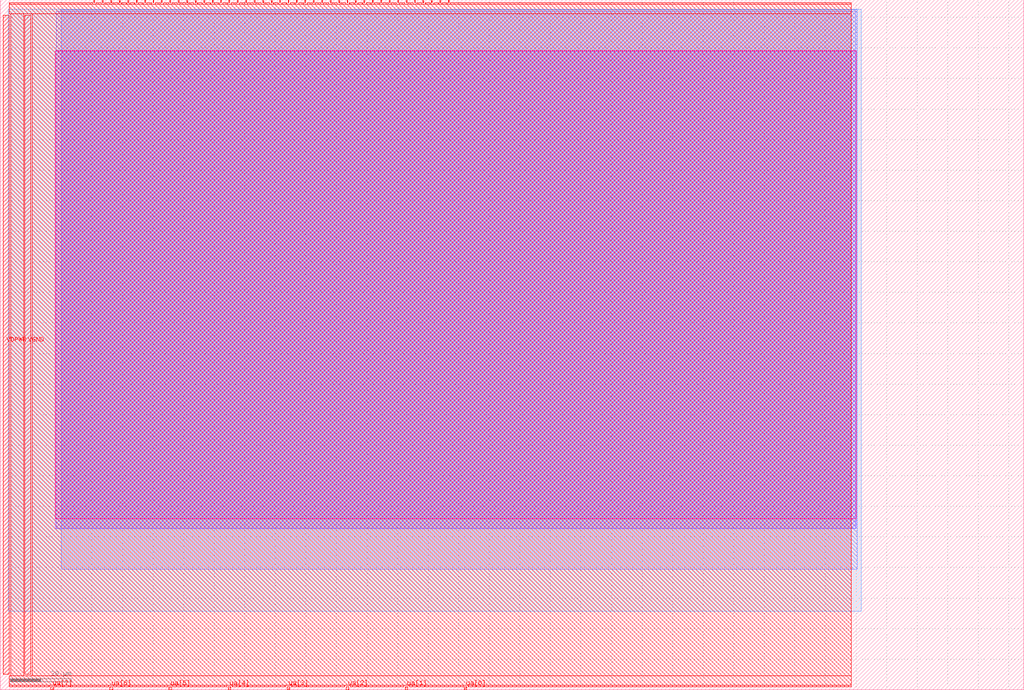
<source format=lef>
VERSION 5.7 ;
  NOWIREEXTENSIONATPIN ON ;
  DIVIDERCHAR "/" ;
  BUSBITCHARS "[]" ;
MACRO tt_um_DIGITAL_ANALOG_CON
  CLASS BLOCK ;
  FOREIGN tt_um_DIGITAL_ANALOG_CON ;
  ORIGIN 0.000 0.000 ;
  SIZE 334.880 BY 225.760 ;
  PIN clk
    DIRECTION INPUT ;
    USE SIGNAL ;
    PORT
      LAYER met4 ;
        RECT 143.830 224.760 144.130 225.760 ;
    END
  END clk
  PIN ena
    DIRECTION INPUT ;
    USE SIGNAL ;
    PORT
      LAYER met4 ;
        RECT 146.590 224.760 146.890 225.760 ;
    END
  END ena
  PIN rst_n
    DIRECTION INPUT ;
    USE SIGNAL ;
    PORT
      LAYER met4 ;
        RECT 141.070 224.760 141.370 225.760 ;
    END
  END rst_n
  PIN ua[0]
    DIRECTION INOUT ;
    USE SIGNAL ;
    ANTENNAGATEAREA 8.000000 ;
    PORT
      LAYER met4 ;
        RECT 151.810 0.000 152.710 1.000 ;
    END
  END ua[0]
  PIN ua[1]
    DIRECTION INOUT ;
    USE SIGNAL ;
    ANTENNAGATEAREA 6.000000 ;
    ANTENNADIFFAREA 1.740000 ;
    PORT
      LAYER met4 ;
        RECT 132.490 0.000 133.390 1.000 ;
    END
  END ua[1]
  PIN ua[2]
    DIRECTION INOUT ;
    USE SIGNAL ;
    PORT
      LAYER met4 ;
        RECT 113.170 0.000 114.070 1.000 ;
    END
  END ua[2]
  PIN ua[3]
    DIRECTION INOUT ;
    USE SIGNAL ;
    PORT
      LAYER met4 ;
        RECT 93.850 0.000 94.750 1.000 ;
    END
  END ua[3]
  PIN ua[4]
    DIRECTION INOUT ;
    USE SIGNAL ;
    PORT
      LAYER met4 ;
        RECT 74.530 0.000 75.430 1.000 ;
    END
  END ua[4]
  PIN ua[5]
    DIRECTION INOUT ;
    USE SIGNAL ;
    PORT
      LAYER met4 ;
        RECT 55.210 0.000 56.110 1.000 ;
    END
  END ua[5]
  PIN ua[6]
    DIRECTION INOUT ;
    USE SIGNAL ;
    PORT
      LAYER met4 ;
        RECT 35.890 0.000 36.790 1.000 ;
    END
  END ua[6]
  PIN ua[7]
    DIRECTION INOUT ;
    USE SIGNAL ;
    PORT
      LAYER met4 ;
        RECT 16.570 0.000 17.470 1.000 ;
    END
  END ua[7]
  PIN ui_in[0]
    DIRECTION INPUT ;
    USE SIGNAL ;
    ANTENNAGATEAREA 1.386000 ;
    PORT
      LAYER met4 ;
        RECT 138.310 224.760 138.610 225.760 ;
    END
  END ui_in[0]
  PIN ui_in[1]
    DIRECTION INPUT ;
    USE SIGNAL ;
    ANTENNAGATEAREA 1.386000 ;
    PORT
      LAYER met4 ;
        RECT 135.550 224.760 135.850 225.760 ;
    END
  END ui_in[1]
  PIN ui_in[2]
    DIRECTION INPUT ;
    USE SIGNAL ;
    ANTENNAGATEAREA 1.629000 ;
    PORT
      LAYER met4 ;
        RECT 132.790 224.760 133.090 225.760 ;
    END
  END ui_in[2]
  PIN ui_in[3]
    DIRECTION INPUT ;
    USE SIGNAL ;
    ANTENNAGATEAREA 1.503000 ;
    PORT
      LAYER met4 ;
        RECT 130.030 224.760 130.330 225.760 ;
    END
  END ui_in[3]
  PIN ui_in[4]
    DIRECTION INPUT ;
    USE SIGNAL ;
    ANTENNAGATEAREA 1.260000 ;
    PORT
      LAYER met4 ;
        RECT 127.270 224.760 127.570 225.760 ;
    END
  END ui_in[4]
  PIN ui_in[5]
    DIRECTION INPUT ;
    USE SIGNAL ;
    ANTENNAGATEAREA 1.590000 ;
    PORT
      LAYER met4 ;
        RECT 124.510 224.760 124.810 225.760 ;
    END
  END ui_in[5]
  PIN ui_in[6]
    DIRECTION INPUT ;
    USE SIGNAL ;
    ANTENNAGATEAREA 1.512000 ;
    PORT
      LAYER met4 ;
        RECT 121.750 224.760 122.050 225.760 ;
    END
  END ui_in[6]
  PIN ui_in[7]
    DIRECTION INPUT ;
    USE SIGNAL ;
    ANTENNAGATEAREA 133.748993 ;
    ANTENNADIFFAREA 140.360001 ;
    PORT
      LAYER met4 ;
        RECT 118.990 224.760 119.290 225.760 ;
    END
  END ui_in[7]
  PIN uio_in[0]
    DIRECTION INPUT ;
    USE SIGNAL ;
    ANTENNAGATEAREA 2.772000 ;
    ANTENNADIFFAREA 9.509500 ;
    PORT
      LAYER met4 ;
        RECT 116.230 224.760 116.530 225.760 ;
    END
  END uio_in[0]
  PIN uio_in[1]
    DIRECTION INPUT ;
    USE SIGNAL ;
    ANTENNAGATEAREA 1.749000 ;
    PORT
      LAYER met4 ;
        RECT 113.470 224.760 113.770 225.760 ;
    END
  END uio_in[1]
  PIN uio_in[2]
    DIRECTION INPUT ;
    USE SIGNAL ;
    ANTENNAGATEAREA 1.749000 ;
    PORT
      LAYER met4 ;
        RECT 110.710 224.760 111.010 225.760 ;
    END
  END uio_in[2]
  PIN uio_in[3]
    DIRECTION INPUT ;
    USE SIGNAL ;
    ANTENNAGATEAREA 1.749000 ;
    PORT
      LAYER met4 ;
        RECT 107.950 224.760 108.250 225.760 ;
    END
  END uio_in[3]
  PIN uio_in[4]
    DIRECTION INPUT ;
    USE SIGNAL ;
    PORT
      LAYER met4 ;
        RECT 105.190 224.760 105.490 225.760 ;
    END
  END uio_in[4]
  PIN uio_in[5]
    DIRECTION INPUT ;
    USE SIGNAL ;
    PORT
      LAYER met4 ;
        RECT 102.430 224.760 102.730 225.760 ;
    END
  END uio_in[5]
  PIN uio_in[6]
    DIRECTION INPUT ;
    USE SIGNAL ;
    PORT
      LAYER met4 ;
        RECT 99.670 224.760 99.970 225.760 ;
    END
  END uio_in[6]
  PIN uio_in[7]
    DIRECTION INPUT ;
    USE SIGNAL ;
    PORT
      LAYER met4 ;
        RECT 96.910 224.760 97.210 225.760 ;
    END
  END uio_in[7]
  PIN uio_oe[0]
    DIRECTION OUTPUT ;
    USE SIGNAL ;
    ANTENNAGATEAREA 4091.061035 ;
    ANTENNADIFFAREA 1891.577148 ;
    PORT
      LAYER met4 ;
        RECT 49.990 224.760 50.290 225.760 ;
    END
  END uio_oe[0]
  PIN uio_oe[1]
    DIRECTION OUTPUT ;
    USE SIGNAL ;
    ANTENNAGATEAREA 4091.061035 ;
    ANTENNADIFFAREA 1891.577148 ;
    PORT
      LAYER met4 ;
        RECT 47.230 224.760 47.530 225.760 ;
    END
  END uio_oe[1]
  PIN uio_oe[2]
    DIRECTION OUTPUT ;
    USE SIGNAL ;
    ANTENNAGATEAREA 4091.061035 ;
    ANTENNADIFFAREA 1891.577148 ;
    PORT
      LAYER met4 ;
        RECT 44.470 224.760 44.770 225.760 ;
    END
  END uio_oe[2]
  PIN uio_oe[3]
    DIRECTION OUTPUT ;
    USE SIGNAL ;
    ANTENNAGATEAREA 4091.061035 ;
    ANTENNADIFFAREA 1891.577148 ;
    PORT
      LAYER met4 ;
        RECT 41.710 224.760 42.010 225.760 ;
    END
  END uio_oe[3]
  PIN uio_oe[4]
    DIRECTION OUTPUT ;
    USE SIGNAL ;
    ANTENNAGATEAREA 4091.061035 ;
    ANTENNADIFFAREA 1891.577148 ;
    PORT
      LAYER met4 ;
        RECT 38.950 224.760 39.250 225.760 ;
    END
  END uio_oe[4]
  PIN uio_oe[5]
    DIRECTION OUTPUT ;
    USE SIGNAL ;
    ANTENNAGATEAREA 4091.061035 ;
    ANTENNADIFFAREA 1891.577148 ;
    PORT
      LAYER met4 ;
        RECT 36.190 224.760 36.490 225.760 ;
    END
  END uio_oe[5]
  PIN uio_oe[6]
    DIRECTION OUTPUT ;
    USE SIGNAL ;
    ANTENNAGATEAREA 4091.061035 ;
    ANTENNADIFFAREA 1891.577148 ;
    PORT
      LAYER met4 ;
        RECT 33.430 224.760 33.730 225.760 ;
    END
  END uio_oe[6]
  PIN uio_oe[7]
    DIRECTION OUTPUT ;
    USE SIGNAL ;
    ANTENNAGATEAREA 4091.061035 ;
    ANTENNADIFFAREA 1891.577148 ;
    PORT
      LAYER met4 ;
        RECT 30.670 224.760 30.970 225.760 ;
    END
  END uio_oe[7]
  PIN uio_out[0]
    DIRECTION OUTPUT ;
    USE SIGNAL ;
    PORT
      LAYER met4 ;
        RECT 72.070 224.760 72.370 225.760 ;
    END
  END uio_out[0]
  PIN uio_out[1]
    DIRECTION OUTPUT ;
    USE SIGNAL ;
    PORT
      LAYER met4 ;
        RECT 69.310 224.760 69.610 225.760 ;
    END
  END uio_out[1]
  PIN uio_out[2]
    DIRECTION OUTPUT ;
    USE SIGNAL ;
    PORT
      LAYER met4 ;
        RECT 66.550 224.760 66.850 225.760 ;
    END
  END uio_out[2]
  PIN uio_out[3]
    DIRECTION OUTPUT ;
    USE SIGNAL ;
    PORT
      LAYER met4 ;
        RECT 63.790 224.760 64.090 225.760 ;
    END
  END uio_out[3]
  PIN uio_out[4]
    DIRECTION OUTPUT ;
    USE SIGNAL ;
    PORT
      LAYER met4 ;
        RECT 61.030 224.760 61.330 225.760 ;
    END
  END uio_out[4]
  PIN uio_out[5]
    DIRECTION OUTPUT ;
    USE SIGNAL ;
    PORT
      LAYER met4 ;
        RECT 58.270 224.760 58.570 225.760 ;
    END
  END uio_out[5]
  PIN uio_out[6]
    DIRECTION OUTPUT ;
    USE SIGNAL ;
    PORT
      LAYER met4 ;
        RECT 55.510 224.760 55.810 225.760 ;
    END
  END uio_out[6]
  PIN uio_out[7]
    DIRECTION OUTPUT ;
    USE SIGNAL ;
    PORT
      LAYER met4 ;
        RECT 52.750 224.760 53.050 225.760 ;
    END
  END uio_out[7]
  PIN uo_out[0]
    DIRECTION OUTPUT ;
    USE SIGNAL ;
    PORT
      LAYER met4 ;
        RECT 94.150 224.760 94.450 225.760 ;
    END
  END uo_out[0]
  PIN uo_out[1]
    DIRECTION OUTPUT ;
    USE SIGNAL ;
    PORT
      LAYER met4 ;
        RECT 91.390 224.760 91.690 225.760 ;
    END
  END uo_out[1]
  PIN uo_out[2]
    DIRECTION OUTPUT ;
    USE SIGNAL ;
    PORT
      LAYER met4 ;
        RECT 88.630 224.760 88.930 225.760 ;
    END
  END uo_out[2]
  PIN uo_out[3]
    DIRECTION OUTPUT ;
    USE SIGNAL ;
    PORT
      LAYER met4 ;
        RECT 85.870 224.760 86.170 225.760 ;
    END
  END uo_out[3]
  PIN uo_out[4]
    DIRECTION OUTPUT ;
    USE SIGNAL ;
    PORT
      LAYER met4 ;
        RECT 83.110 224.760 83.410 225.760 ;
    END
  END uo_out[4]
  PIN uo_out[5]
    DIRECTION OUTPUT ;
    USE SIGNAL ;
    PORT
      LAYER met4 ;
        RECT 80.350 224.760 80.650 225.760 ;
    END
  END uo_out[5]
  PIN uo_out[6]
    DIRECTION OUTPUT ;
    USE SIGNAL ;
    PORT
      LAYER met4 ;
        RECT 77.590 224.760 77.890 225.760 ;
    END
  END uo_out[6]
  PIN uo_out[7]
    DIRECTION OUTPUT ;
    USE SIGNAL ;
    PORT
      LAYER met4 ;
        RECT 74.830 224.760 75.130 225.760 ;
    END
  END uo_out[7]
  PIN VDPWR
    DIRECTION INOUT ;
    USE POWER ;
    PORT
      LAYER met4 ;
        RECT 1.000 5.000 3.000 220.760 ;
    END
  END VDPWR
  PIN VGND
    DIRECTION INOUT ;
    USE GROUND ;
    PORT
      LAYER met4 ;
        RECT 8.060 5.000 10.060 220.760 ;
    END
  END VGND
  OBS
      LAYER nwell ;
        RECT 18.060 55.920 280.120 209.130 ;
      LAYER li1 ;
        RECT 18.065 52.780 280.115 208.935 ;
      LAYER met1 ;
        RECT 18.270 52.750 279.910 221.960 ;
      LAYER met2 ;
        RECT 19.970 39.420 280.390 222.545 ;
      LAYER met3 ;
        RECT 2.680 25.605 281.640 222.625 ;
      LAYER met4 ;
        RECT 3.000 224.360 30.270 224.760 ;
        RECT 31.370 224.360 33.030 224.760 ;
        RECT 34.130 224.360 35.790 224.760 ;
        RECT 36.890 224.360 38.550 224.760 ;
        RECT 39.650 224.360 41.310 224.760 ;
        RECT 42.410 224.360 44.070 224.760 ;
        RECT 45.170 224.360 46.830 224.760 ;
        RECT 47.930 224.360 49.590 224.760 ;
        RECT 50.690 224.360 52.350 224.760 ;
        RECT 53.450 224.360 55.110 224.760 ;
        RECT 56.210 224.360 57.870 224.760 ;
        RECT 58.970 224.360 60.630 224.760 ;
        RECT 61.730 224.360 63.390 224.760 ;
        RECT 64.490 224.360 66.150 224.760 ;
        RECT 67.250 224.360 68.910 224.760 ;
        RECT 70.010 224.360 71.670 224.760 ;
        RECT 72.770 224.360 74.430 224.760 ;
        RECT 75.530 224.360 77.190 224.760 ;
        RECT 78.290 224.360 79.950 224.760 ;
        RECT 81.050 224.360 82.710 224.760 ;
        RECT 83.810 224.360 85.470 224.760 ;
        RECT 86.570 224.360 88.230 224.760 ;
        RECT 89.330 224.360 90.990 224.760 ;
        RECT 92.090 224.360 93.750 224.760 ;
        RECT 94.850 224.360 96.510 224.760 ;
        RECT 97.610 224.360 99.270 224.760 ;
        RECT 100.370 224.360 102.030 224.760 ;
        RECT 103.130 224.360 104.790 224.760 ;
        RECT 105.890 224.360 107.550 224.760 ;
        RECT 108.650 224.360 110.310 224.760 ;
        RECT 111.410 224.360 113.070 224.760 ;
        RECT 114.170 224.360 115.830 224.760 ;
        RECT 116.930 224.360 118.590 224.760 ;
        RECT 119.690 224.360 121.350 224.760 ;
        RECT 122.450 224.360 124.110 224.760 ;
        RECT 125.210 224.360 126.870 224.760 ;
        RECT 127.970 224.360 129.630 224.760 ;
        RECT 130.730 224.360 132.390 224.760 ;
        RECT 133.490 224.360 135.150 224.760 ;
        RECT 136.250 224.360 137.910 224.760 ;
        RECT 139.010 224.360 140.670 224.760 ;
        RECT 141.770 224.360 143.430 224.760 ;
        RECT 144.530 224.360 146.190 224.760 ;
        RECT 147.290 224.360 278.370 224.760 ;
        RECT 3.000 221.160 278.370 224.360 ;
        RECT 3.400 4.600 7.660 221.160 ;
        RECT 10.460 4.600 278.370 221.160 ;
        RECT 3.000 1.400 278.370 4.600 ;
        RECT 3.000 1.000 16.170 1.400 ;
        RECT 17.870 1.000 35.490 1.400 ;
        RECT 37.190 1.000 54.810 1.400 ;
        RECT 56.510 1.000 74.130 1.400 ;
        RECT 75.830 1.000 93.450 1.400 ;
        RECT 95.150 1.000 112.770 1.400 ;
        RECT 114.470 1.000 132.090 1.400 ;
        RECT 133.790 1.000 151.410 1.400 ;
        RECT 153.110 1.000 278.370 1.400 ;
  END
END tt_um_DIGITAL_ANALOG_CON
END LIBRARY


</source>
